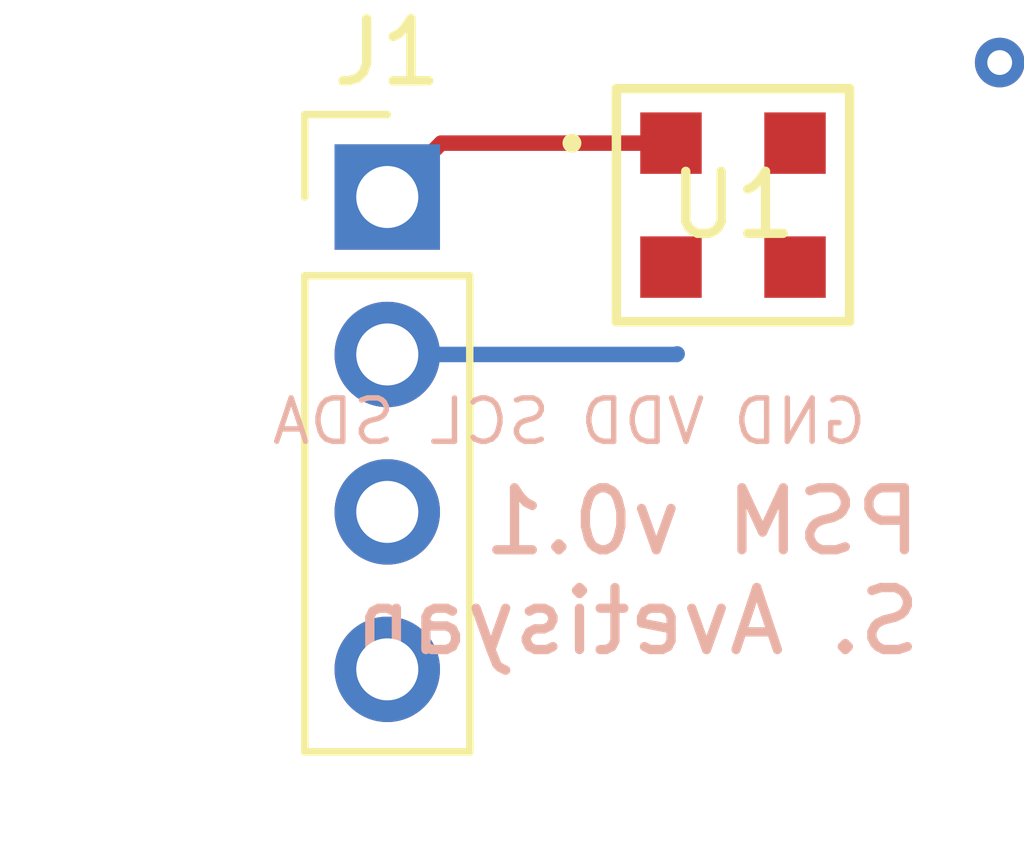
<source format=kicad_pcb>
(kicad_pcb (version 20221018) (generator pcbnew)
  (layers (0 "F.Cu" signal) (31 "B.Cu" signal) (34 "B.Paste" user) (35 "F.Paste" user) (36 "B.SilkS" user "B.Silkscreen") (37 "F.SilkS" user "F.Silkscreen") (38 "B.Mask" user) (39 "F.Mask" user) (44 "Edge.Cuts" user))
  (net 0 "")
  (net 1 "Net-(J1-Pin_1)")
  (net 2 "Net-(J1-Pin_2)")
  (net 3 "Net-(J1-Pin_3)")
  (net 4 "Net-(J1-Pin_4)")
  (footprint "Connector_PinHeader_2.54mm:PinHeader_1x04_P2.54mm_Vertical" (layer "F.Cu") (at 141.425699 86.269199)
    (fp_text reference "J1" (at 0 -2.33) (layer "F.SilkS"))
    (fp_text value "Conn_01x04_Pin")
    (fp_line (start -1.33 -1.33) (end 0 -1.33) (stroke (width 0.12)) (layer "F.SilkS"))
    (fp_line (start -1.33 0) (end -1.33 -1.33) (stroke (width 0.12)) (layer "F.SilkS"))
    (fp_line (start -1.33 1.27) (end -1.33 8.95) (stroke (width 0.12)) (layer "F.SilkS"))
    (fp_line (start -1.33 1.27) (end 1.33 1.27) (stroke (width 0.12)) (layer "F.SilkS"))
    (fp_line (start -1.33 8.95) (end 1.33 8.95) (stroke (width 0.12)) (layer "F.SilkS"))
    (fp_line (start 1.33 1.27) (end 1.33 8.95) (stroke (width 0.12)) (layer "F.SilkS"))
    (pad "1" thru_hole rect (at 0 0) (size 1.7 1.7) (drill 1) (layers "*.Cu" "*.Mask") (net 1 "Net-(J1-Pin_1)"))
    (pad "2" thru_hole oval (at 0 2.54) (size 1.7 1.7) (drill 1) (layers "*.Cu" "*.Mask") (net 2 "Net-(J1-Pin_2)"))
    (pad "3" thru_hole oval (at 0 5.08) (size 1.7 1.7) (drill 1) (layers "*.Cu" "*.Mask") (net 3 "Net-(J1-Pin_3)"))
    (pad "4" thru_hole oval (at 0 7.62) (size 1.7 1.7) (drill 1) (layers "*.Cu" "*.Mask") (net 4 "Net-(J1-Pin_4)"))
  )
  (footprint "NanoFloat Pressure Sensor:Pressure Sensor Footprint" (layer "F.Cu") (at 146.999999 86.399999)
    (fp_text reference "U1" (at 0 0 unlocked) (layer "F.SilkS"))
    (fp_text value "~")
    (fp_line (start -1.8796 -1.8796) (end -1.8796 1.8796) (stroke (width 0.1524)) (layer "F.SilkS"))
    (fp_line (start -1.8796 1.8796) (end 1.8796 1.8796) (stroke (width 0.1524)) (layer "F.SilkS"))
    (fp_line (start 1.8796 -1.8796) (end -1.8796 -1.8796) (stroke (width 0.1524)) (layer "F.SilkS"))
    (fp_line (start 1.8796 1.8796) (end 1.8796 -1.8796) (stroke (width 0.1524)) (layer "F.SilkS"))
    (fp_circle (center -2.5969 -1) (end -2.5207 -1) (stroke (width 0.1524)) (fill none) (layer "F.SilkS"))
    (pad "1" smd rect (at -1.000001 -1.000001) (size 0.9906 0.9906) (layers "F.Cu" "F.Paste" "F.Mask") (net 1 "Net-(J1-Pin_1)"))
    (pad "2" smd rect (at -1.000001 1.000001) (size 0.9906 0.9906) (layers "F.Cu" "F.Paste" "F.Mask") (net 2 "Net-(J1-Pin_2)"))
    (pad "3" smd rect (at 1.000001 1.000001) (size 0.9906 0.9906) (layers "F.Cu" "F.Paste" "F.Mask") (net 3 "Net-(J1-Pin_3)"))
    (pad "4" smd rect (at 1.000001 -1.000001) (size 0.9906 0.9906) (layers "F.Cu" "F.Paste" "F.Mask") (net 4 "Net-(J1-Pin_4)"))
  )
  (gr_text "GND" (at 149.2 90.3) (layer "B.SilkS") (effects (font (size 0.7 0.7) (thickness 0.0875)) (justify left bottom mirror)))
  (gr_text "SDA" (at 141.6 90.3) (layer "B.SilkS") (effects (font (size 0.7 0.7) (thickness 0.0875)) (justify left bottom mirror)))
  (gr_text "SCL" (at 144.1 90.3) (layer "B.SilkS") (effects (font (size 0.7 0.7) (thickness 0.0875)) (justify left bottom mirror)))
  (gr_text "VDD" (at 146.6 90.3) (layer "B.SilkS") (effects (font (size 0.7 0.7) (thickness 0.0875)) (justify left bottom mirror)))
  (gr_text "PSM v0.1\nS. Avetisyan" (at 150.1 93.7) (layer "B.SilkS") (effects (font (size 1 1)) (justify left bottom mirror)))
  (via (at 151.3 84.1) (size 0.8) (drill 0.4) (layers "F.Cu" "B.Cu") (net 0))
  (segment (start 142.2949 85.399998) (end 141.425699 86.269199) (width 0.25) (layer "F.Cu") (net 1))
  (segment (start 145.999998 85.399998) (end 142.2949 85.399998) (width 0.25) (layer "F.Cu") (net 1))
  (segment (start 146.090801 88.809199) (end 146.1 88.8) (width 0.25) (layer "B.Cu") (net 2))
  (segment (start 141.425699 88.809199) (end 146.090801 88.809199) (width 0.25) (layer "B.Cu") (net 2))
)
</source>
